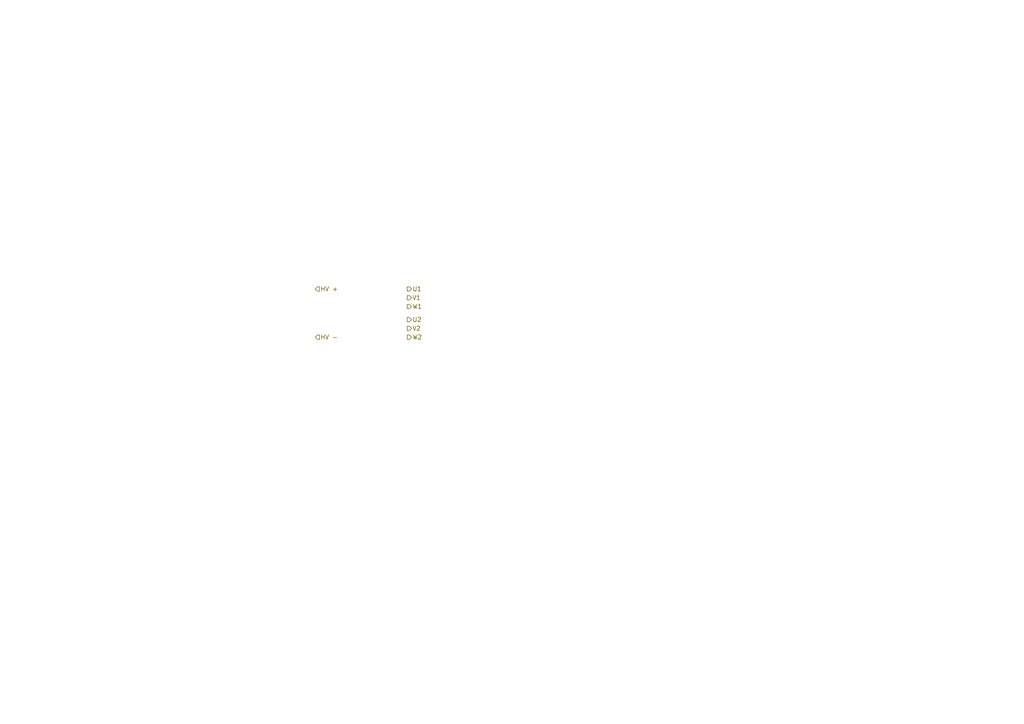
<source format=kicad_sch>
(kicad_sch
	(version 20250114)
	(generator "eeschema")
	(generator_version "9.0")
	(uuid "e5ba7cf5-46b5-4f71-b3dd-18349e22d72a")
	(paper "A4")
	(lib_symbols)
	(hierarchical_label "HV +"
		(shape input)
		(at 91.44 83.82 0)
		(effects
			(font
				(size 1.27 1.27)
			)
			(justify left)
		)
		(uuid "09f26ac5-df57-4c5d-b4fc-5dc5e273dfac")
	)
	(hierarchical_label "W1"
		(shape output)
		(at 118.11 88.9 0)
		(effects
			(font
				(size 1.27 1.27)
			)
			(justify left)
		)
		(uuid "7ccacd66-b99b-48bb-80c5-d4019c79d137")
	)
	(hierarchical_label "V1"
		(shape output)
		(at 118.11 86.36 0)
		(effects
			(font
				(size 1.27 1.27)
			)
			(justify left)
		)
		(uuid "880f2764-3cda-4c9d-ba5e-d2565a3a23ee")
	)
	(hierarchical_label "V2"
		(shape output)
		(at 118.11 95.25 0)
		(effects
			(font
				(size 1.27 1.27)
			)
			(justify left)
		)
		(uuid "8a6c2b91-44d9-4904-ad22-2dc379e5c2d7")
	)
	(hierarchical_label "HV -"
		(shape input)
		(at 91.44 97.79 0)
		(effects
			(font
				(size 1.27 1.27)
			)
			(justify left)
		)
		(uuid "b27ff8fd-25e6-4591-9dd5-5e00972fb81f")
	)
	(hierarchical_label "W2"
		(shape output)
		(at 118.11 97.79 0)
		(effects
			(font
				(size 1.27 1.27)
			)
			(justify left)
		)
		(uuid "f887f36f-45d3-4d4f-9a71-ddb027477f71")
	)
	(hierarchical_label "U2"
		(shape output)
		(at 118.11 92.71 0)
		(effects
			(font
				(size 1.27 1.27)
			)
			(justify left)
		)
		(uuid "fb5a0852-a4f1-4677-8142-dadbb2981f6c")
	)
	(hierarchical_label "U1"
		(shape output)
		(at 118.11 83.82 0)
		(effects
			(font
				(size 1.27 1.27)
			)
			(justify left)
		)
		(uuid "fc82d0b3-2e25-4717-90a9-54d5abc22638")
	)
	(sheet_instances
		(path "/"
			(page "1")
		)
	)
	(embedded_fonts no)
)

</source>
